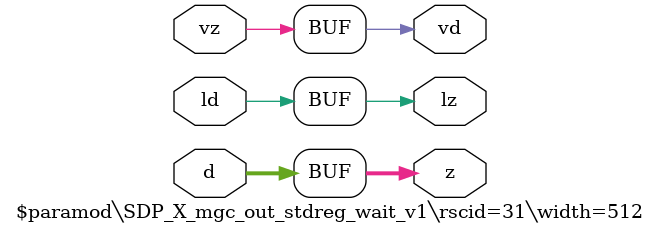
<source format=v>
module \$paramod\SDP_X_mgc_out_stdreg_wait_v1\rscid=31\width=512 (ld, vd, d, lz, vz, z);
  (* src = "./vmod/nvdla/sdp/NV_NVDLA_SDP_CORE_x.v:47" *)
  input [511:0] d;
  (* src = "./vmod/nvdla/sdp/NV_NVDLA_SDP_CORE_x.v:45" *)
  input ld;
  (* src = "./vmod/nvdla/sdp/NV_NVDLA_SDP_CORE_x.v:48" *)
  output lz;
  (* src = "./vmod/nvdla/sdp/NV_NVDLA_SDP_CORE_x.v:46" *)
  output vd;
  (* src = "./vmod/nvdla/sdp/NV_NVDLA_SDP_CORE_x.v:49" *)
  input vz;
  (* src = "./vmod/nvdla/sdp/NV_NVDLA_SDP_CORE_x.v:50" *)
  output [511:0] z;
  assign lz = ld;
  assign vd = vz;
  assign z = d;
endmodule

</source>
